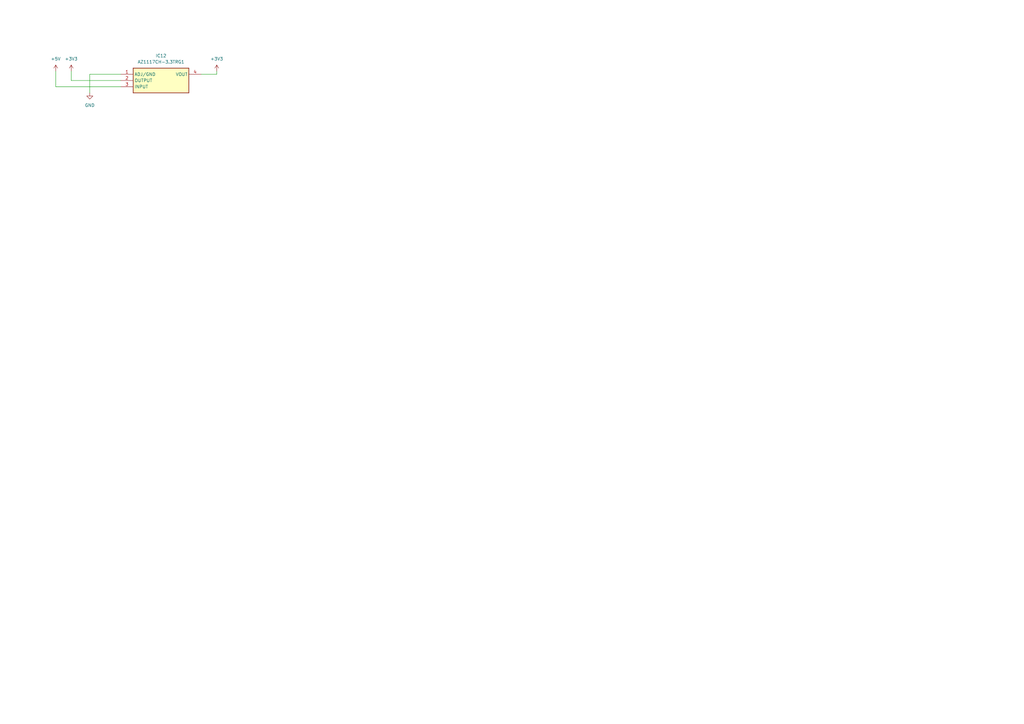
<source format=kicad_sch>
(kicad_sch (version 20230121) (generator eeschema)
  (paper "A3")
  (lib_symbols
    (symbol "SamacSys_Parts:AZ1117CH-3.3TRG1"
      (property "Reference" "IC" (at 29.21 7.62 0))
      (property "Value" "AZ1117CH-3.3TRG1" (at 29.21 5.08 0))
      (symbol "AZ1117CH-3.3TRG1_1_1"
        (rectangle (start 5.08 2.54) (end 27.94 -7.62) (stroke (width 0.254)) (fill (type background)))
        (pin passive line (at 0 0 0) (length 5.08) (name "ADJ/GND") (number "1"))
        (pin passive line (at 0 -2.54 0) (length 5.08) (name "OUTPUT") (number "2"))
        (pin passive line (at 0 -5.08 0) (length 5.08) (name "INPUT") (number "3"))
        (pin passive line (at 33.02 0 180) (length 5.08) (name "VOUT") (number "4"))
      )
    )
    (symbol "power:+3V3" (power) (pin_names (offset 0))
      (property "Value" "+3V3" (at 0 3.556 0))
      (symbol "+3V3_0_1"
        (polyline (pts (xy -0.762 1.27) (xy 0 2.54)))
        (polyline (pts (xy 0 0) (xy 0 2.54)))
        (polyline (pts (xy 0 2.54) (xy 0.762 1.27)))
      )
      (symbol "+3V3_1_1"
        (pin power_in line (at 0 0 90) (length 0) hide (name "+3V3") (number "1"))
      )
    )
    (symbol "power:+5V" (power) (pin_names (offset 0))
      (property "Value" "+5V" (at 0 3.556 0))
      (symbol "+5V_0_1"
        (polyline (pts (xy -0.762 1.27) (xy 0 2.54)))
        (polyline (pts (xy 0 0) (xy 0 2.54)))
        (polyline (pts (xy 0 2.54) (xy 0.762 1.27)))
      )
      (symbol "+5V_1_1"
        (pin power_in line (at 0 0 90) (length 0) hide (name "+5V") (number "1"))
      )
    )
    (symbol "power:GND" (power) (pin_names (offset 0))
      (property "Value" "GND" (at 0 -3.81 0))
      (symbol "GND_0_1"
        (polyline (pts (xy 0 0) (xy 0 -1.27) (xy 1.27 -1.27) (xy 0 -2.54) (xy -1.27 -1.27) (xy 0 -1.27)))
      )
      (symbol "GND_1_1"
        (pin power_in line (at 0 0 270) (length 0) hide (name "GND") (number "1"))
      )
    )
  )
  (wire (pts (xy 82.55 30.48) (xy 88.9 30.48)))
  (wire (pts (xy 29.21 29.21) (xy 29.21 33.02)))
  (wire (pts (xy 22.86 29.21) (xy 22.86 35.56)))
  (wire (pts (xy 22.86 35.56) (xy 49.53 35.56)))
  (wire (pts (xy 49.53 30.48) (xy 36.83 30.48)))
  (wire (pts (xy 29.21 33.02) (xy 49.53 33.02)))
  (wire (pts (xy 36.83 30.48) (xy 36.83 38.1)))
  (wire (pts (xy 88.9 29.21) (xy 88.9 30.48)))
  (symbol (lib_id "SamacSys_Parts:AZ1117CH-3.3TRG1") (at 49.53 30.48 0) (unit 1)
    (property "Reference" "IC12" (at 66.04 22.86 0))
    (property "Value" "AZ1117CH-3.3TRG1" (at 66.04 25.4 0))
    (property "Footprint" "SamacSys_Parts:SOT230P700X180-4N" (effects hide))
    (property "Datasheet" "https://datasheet.datasheetarchive.com/originals/distributors/Datasheets-DGA25/1776204.pdf" (effects hide))
    (property "Height" "1.8" (effects hide))
    (property "Manufacturer_Name" "Diodes Incorporated" (effects hide))
    (property "Manufacturer_Part_Number" "AZ1117CH-3.3TRG1" (effects hide))
  )
  (symbol (lib_id "power:+3V3") (at 88.9 29.21 0) (unit 1)
    (property "Reference" "#PWR02" (effects hide))
    (property "Value" "+3V3" (at 88.9 24.13 0))
    (instances (project "phase_array_mcu" (path "" (reference "#PWR02") (unit 1))) (project "phasearray_amplifier" (path "" (reference "#PWR02") (unit 1))) (project "ctl_board" (path "" (reference "#PWR01") (unit 1)) (path "" (reference "#PWR012") (unit 1)) (path "" (reference "#PWR065") (unit 1))))
  )
  (symbol (lib_id "power:+5V") (at 22.86 29.21 0) (unit 1)
    (property "Reference" "#PWR062" (effects hide))
    (property "Value" "+5V" (at 22.86 24.13 0))
  )
  (symbol (lib_id "power:GND") (at 36.83 38.1 0) (unit 1)
    (property "Reference" "#PWR064" (effects hide))
    (property "Value" "GND" (at 36.83 43.18 0))
    (instances (project "ctl_board" (path "" (reference "#PWR064") (unit 1)) (path "" (reference "#PWR05") (unit 1))))
  )
  (symbol (lib_id "power:+3V3") (at 29.21 29.21 0) (unit 1)
    (property "Reference" "#PWR02" (effects hide))
    (property "Value" "+3V3" (at 29.21 24.13 0))
    (instances (project "phase_array_mcu" (path "" (reference "#PWR02") (unit 1))) (project "phasearray_amplifier" (path "" (reference "#PWR02") (unit 1))) (project "ctl_board" (path "" (reference "#PWR01") (unit 1)) (path "" (reference "#PWR012") (unit 1)) (path "" (reference "#PWR063") (unit 1))))
  )
)
</source>
